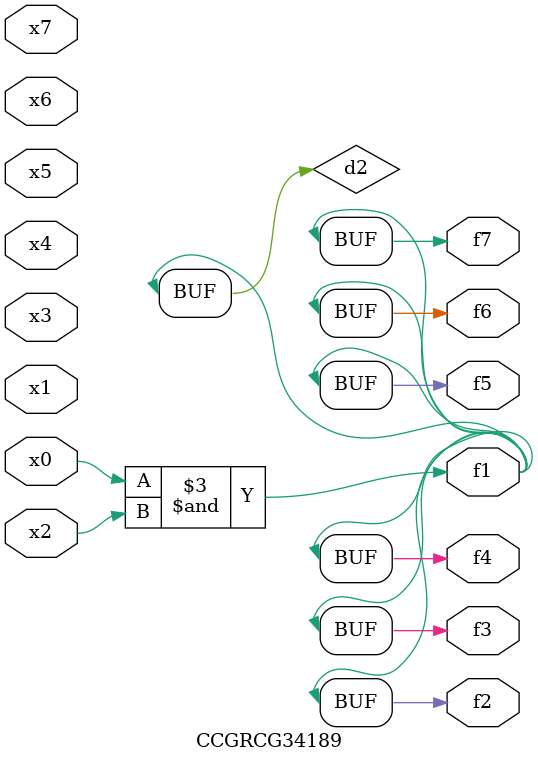
<source format=v>
module CCGRCG34189(
	input x0, x1, x2, x3, x4, x5, x6, x7,
	output f1, f2, f3, f4, f5, f6, f7
);

	wire d1, d2;

	nor (d1, x3, x6);
	and (d2, x0, x2);
	assign f1 = d2;
	assign f2 = d2;
	assign f3 = d2;
	assign f4 = d2;
	assign f5 = d2;
	assign f6 = d2;
	assign f7 = d2;
endmodule

</source>
